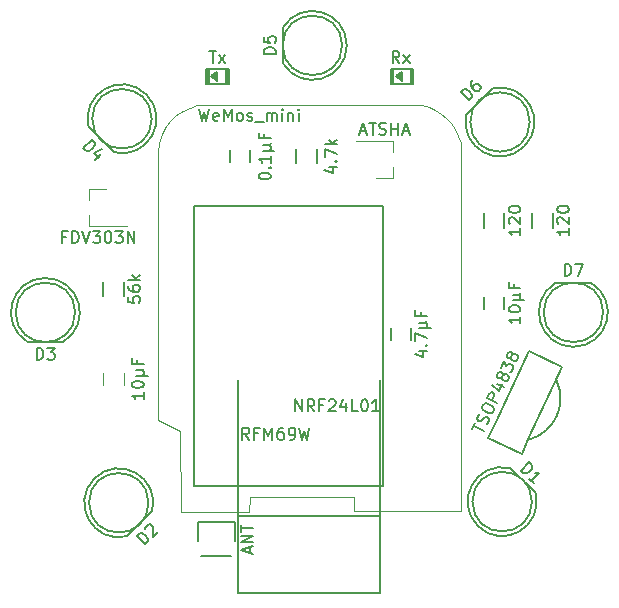
<source format=gto>
G04 #@! TF.FileFunction,Legend,Top*
%FSLAX46Y46*%
G04 Gerber Fmt 4.6, Leading zero omitted, Abs format (unit mm)*
G04 Created by KiCad (PCBNEW 4.0.4-stable) date Sunday 07 May 2017 'à' 19:16:10*
%MOMM*%
%LPD*%
G01*
G04 APERTURE LIST*
%ADD10C,0.100000*%
%ADD11C,0.150000*%
%ADD12C,0.127000*%
%ADD13C,0.120000*%
G04 APERTURE END LIST*
D10*
D11*
X135000000Y-81700000D02*
X151000000Y-81700000D01*
X135000000Y-105400000D02*
X135000000Y-81700000D01*
X151000000Y-105400000D02*
X135000000Y-105400000D01*
X151000000Y-81700000D02*
X151000000Y-105400000D01*
X150780000Y-107905000D02*
X138780000Y-107905000D01*
X150780000Y-96405000D02*
X150780000Y-114405000D01*
X138780000Y-114405000D02*
X138780000Y-96405000D01*
X150780000Y-114405000D02*
X138780000Y-114405000D01*
D12*
X152346000Y-70827000D02*
X152346000Y-70573000D01*
X152219000Y-70700000D02*
X152600000Y-70446000D01*
X152219000Y-70700000D02*
X152600000Y-70954000D01*
X152473000Y-70954000D02*
X152473000Y-70446000D01*
X152600000Y-71081000D02*
X152600000Y-70319000D01*
X152600000Y-70319000D02*
X152092000Y-70700000D01*
X152092000Y-70700000D02*
X152600000Y-71081000D01*
X151750000Y-70100000D02*
X151750000Y-71300000D01*
X151850000Y-71300000D02*
X151850000Y-70100000D01*
X153450000Y-70100000D02*
X153450000Y-71300000D01*
X153350000Y-71300000D02*
X153350000Y-70100000D01*
X153550000Y-71300000D02*
X151650000Y-71300000D01*
X151650000Y-71300000D02*
X151650000Y-70100000D01*
X151650000Y-70100000D02*
X153550000Y-70100000D01*
X153550000Y-70100000D02*
X153550000Y-71300000D01*
X136746000Y-70827000D02*
X136746000Y-70573000D01*
X136619000Y-70700000D02*
X137000000Y-70446000D01*
X136619000Y-70700000D02*
X137000000Y-70954000D01*
X136873000Y-70954000D02*
X136873000Y-70446000D01*
X137000000Y-71081000D02*
X137000000Y-70319000D01*
X137000000Y-70319000D02*
X136492000Y-70700000D01*
X136492000Y-70700000D02*
X137000000Y-71081000D01*
X136150000Y-70100000D02*
X136150000Y-71300000D01*
X136250000Y-71300000D02*
X136250000Y-70100000D01*
X137850000Y-70100000D02*
X137850000Y-71300000D01*
X137750000Y-71300000D02*
X137750000Y-70100000D01*
X137950000Y-71300000D02*
X136050000Y-71300000D01*
X136050000Y-71300000D02*
X136050000Y-70100000D01*
X136050000Y-70100000D02*
X137950000Y-70100000D01*
X137950000Y-70100000D02*
X137950000Y-71300000D01*
D10*
X133882528Y-107577228D02*
X139693820Y-107577228D01*
X139693820Y-107577228D02*
X139720151Y-106293795D01*
X139720151Y-106293795D02*
X148551373Y-106300483D01*
X148551373Y-106300483D02*
X148549397Y-107502736D01*
X148549397Y-107502736D02*
X157630193Y-107476658D01*
X157630193Y-107476658D02*
X157616195Y-76306507D01*
X157616195Y-76306507D02*
X157383384Y-75703714D01*
X157383384Y-75703714D02*
X157099901Y-75158833D01*
X157099901Y-75158833D02*
X156765253Y-74672423D01*
X156765253Y-74672423D02*
X156378953Y-74245048D01*
X156378953Y-74245048D02*
X155940512Y-73877259D01*
X155940512Y-73877259D02*
X155449440Y-73569623D01*
X155449440Y-73569623D02*
X154905250Y-73322690D01*
X154905250Y-73322690D02*
X154307453Y-73137024D01*
X154307453Y-73137024D02*
X135269540Y-73108266D01*
X135269540Y-73108266D02*
X134650176Y-73342259D01*
X134650176Y-73342259D02*
X134061982Y-73626742D01*
X134061982Y-73626742D02*
X133518555Y-73976257D01*
X133518555Y-73976257D02*
X133033497Y-74405342D01*
X133033497Y-74405342D02*
X132620405Y-74928540D01*
X132620405Y-74928540D02*
X132292878Y-75560387D01*
X132292878Y-75560387D02*
X132064518Y-76315425D01*
X132064518Y-76315425D02*
X131948922Y-77208193D01*
X131948922Y-77208193D02*
X131923974Y-99763285D01*
X131923974Y-99763285D02*
X133867520Y-100724181D01*
X133867520Y-100724181D02*
X133897314Y-107532524D01*
D11*
X163365492Y-101446989D02*
G75*
G03X165712322Y-96472147I-913779J3472033D01*
G01*
X163404777Y-101255058D02*
X166194058Y-95273427D01*
X166194058Y-95273427D02*
X163384503Y-93963310D01*
X163384503Y-93963310D02*
X160595223Y-99944942D01*
X159940165Y-101349719D02*
X160595223Y-99944942D01*
X163404777Y-101255058D02*
X162749719Y-102659835D01*
X162749719Y-102659835D02*
X159940165Y-101349719D01*
X161780785Y-103862674D02*
G75*
G03X163930402Y-105990919I-678811J-2835352D01*
G01*
X161809081Y-103869598D02*
X163930402Y-105990919D01*
X163619910Y-106698026D02*
G75*
G03X163619910Y-106698026I-2517936J0D01*
G01*
X165607096Y-88193112D02*
G75*
G03X168632000Y-88178000I1524904J-2484888D01*
G01*
X165632000Y-88178000D02*
X168632000Y-88178000D01*
X169649936Y-90678000D02*
G75*
G03X169649936Y-90678000I-2517936J0D01*
G01*
X158082674Y-73879215D02*
G75*
G03X160210919Y-71729598I2835352J-678811D01*
G01*
X158089598Y-73850919D02*
X160210919Y-71729598D01*
X163435962Y-74558026D02*
G75*
G03X163435962Y-74558026I-2517936J0D01*
G01*
X142549112Y-69596904D02*
G75*
G03X142534000Y-66572000I2484888J1524904D01*
G01*
X142534000Y-69572000D02*
X142534000Y-66572000D01*
X147551936Y-68072000D02*
G75*
G03X147551936Y-68072000I-2517936J0D01*
G01*
X128235215Y-77121326D02*
G75*
G03X126085598Y-74993081I678811J2835352D01*
G01*
X128206919Y-77114402D02*
X126085598Y-74993081D01*
X131431962Y-74285974D02*
G75*
G03X131431962Y-74285974I-2517936J0D01*
G01*
X123952904Y-93162888D02*
G75*
G03X120928000Y-93178000I-1524904J2484888D01*
G01*
X123928000Y-93178000D02*
X120928000Y-93178000D01*
X124945936Y-90678000D02*
G75*
G03X124945936Y-90678000I-2517936J0D01*
G01*
X131477326Y-107476785D02*
G75*
G03X129349081Y-109626402I-2835352J678811D01*
G01*
X131470402Y-107505081D02*
X129349081Y-109626402D01*
X131159910Y-106797974D02*
G75*
G03X131159910Y-106797974I-2517936J0D01*
G01*
X151650000Y-92000000D02*
X151650000Y-93000000D01*
X153350000Y-93000000D02*
X153350000Y-92000000D01*
X138088000Y-76970000D02*
X138088000Y-77970000D01*
X139788000Y-77970000D02*
X139788000Y-76970000D01*
X138450000Y-108450000D02*
X138450000Y-110000000D01*
X135350000Y-110000000D02*
X135350000Y-108450000D01*
X135350000Y-108450000D02*
X138450000Y-108450000D01*
X135630000Y-111270000D02*
X138170000Y-111270000D01*
D13*
X126140000Y-80220000D02*
X126140000Y-81150000D01*
X126140000Y-83380000D02*
X126140000Y-82450000D01*
X126140000Y-83380000D02*
X129300000Y-83380000D01*
X126140000Y-80220000D02*
X127600000Y-80220000D01*
D11*
X145401000Y-76870000D02*
X145401000Y-78070000D01*
X143651000Y-78070000D02*
X143651000Y-76870000D01*
X127325000Y-89300000D02*
X127325000Y-88100000D01*
X129075000Y-88100000D02*
X129075000Y-89300000D01*
D13*
X151890000Y-79304000D02*
X151890000Y-78374000D01*
X151890000Y-76144000D02*
X151890000Y-77074000D01*
X151890000Y-76144000D02*
X148730000Y-76144000D01*
X151890000Y-79304000D02*
X150430000Y-79304000D01*
D11*
X159550000Y-89400000D02*
X159550000Y-90400000D01*
X161250000Y-90400000D02*
X161250000Y-89400000D01*
X161275000Y-82300000D02*
X161275000Y-83500000D01*
X159525000Y-83500000D02*
X159525000Y-82300000D01*
X165375000Y-82300000D02*
X165375000Y-83500000D01*
X163625000Y-83500000D02*
X163625000Y-82300000D01*
D13*
X127350000Y-95800000D02*
X127350000Y-96800000D01*
X129050000Y-96800000D02*
X129050000Y-95800000D01*
D11*
X139685715Y-101452381D02*
X139352381Y-100976190D01*
X139114286Y-101452381D02*
X139114286Y-100452381D01*
X139495239Y-100452381D01*
X139590477Y-100500000D01*
X139638096Y-100547619D01*
X139685715Y-100642857D01*
X139685715Y-100785714D01*
X139638096Y-100880952D01*
X139590477Y-100928571D01*
X139495239Y-100976190D01*
X139114286Y-100976190D01*
X140447620Y-100928571D02*
X140114286Y-100928571D01*
X140114286Y-101452381D02*
X140114286Y-100452381D01*
X140590477Y-100452381D01*
X140971429Y-101452381D02*
X140971429Y-100452381D01*
X141304763Y-101166667D01*
X141638096Y-100452381D01*
X141638096Y-101452381D01*
X142542858Y-100452381D02*
X142352381Y-100452381D01*
X142257143Y-100500000D01*
X142209524Y-100547619D01*
X142114286Y-100690476D01*
X142066667Y-100880952D01*
X142066667Y-101261905D01*
X142114286Y-101357143D01*
X142161905Y-101404762D01*
X142257143Y-101452381D01*
X142447620Y-101452381D01*
X142542858Y-101404762D01*
X142590477Y-101357143D01*
X142638096Y-101261905D01*
X142638096Y-101023810D01*
X142590477Y-100928571D01*
X142542858Y-100880952D01*
X142447620Y-100833333D01*
X142257143Y-100833333D01*
X142161905Y-100880952D01*
X142114286Y-100928571D01*
X142066667Y-101023810D01*
X143114286Y-101452381D02*
X143304762Y-101452381D01*
X143400001Y-101404762D01*
X143447620Y-101357143D01*
X143542858Y-101214286D01*
X143590477Y-101023810D01*
X143590477Y-100642857D01*
X143542858Y-100547619D01*
X143495239Y-100500000D01*
X143400001Y-100452381D01*
X143209524Y-100452381D01*
X143114286Y-100500000D01*
X143066667Y-100547619D01*
X143019048Y-100642857D01*
X143019048Y-100880952D01*
X143066667Y-100976190D01*
X143114286Y-101023810D01*
X143209524Y-101071429D01*
X143400001Y-101071429D01*
X143495239Y-101023810D01*
X143542858Y-100976190D01*
X143590477Y-100880952D01*
X143923810Y-100452381D02*
X144161905Y-101452381D01*
X144352382Y-100738095D01*
X144542858Y-101452381D01*
X144780953Y-100452381D01*
X143576190Y-99052381D02*
X143576190Y-98052381D01*
X144147619Y-99052381D01*
X144147619Y-98052381D01*
X145195238Y-99052381D02*
X144861904Y-98576190D01*
X144623809Y-99052381D02*
X144623809Y-98052381D01*
X145004762Y-98052381D01*
X145100000Y-98100000D01*
X145147619Y-98147619D01*
X145195238Y-98242857D01*
X145195238Y-98385714D01*
X145147619Y-98480952D01*
X145100000Y-98528571D01*
X145004762Y-98576190D01*
X144623809Y-98576190D01*
X145957143Y-98528571D02*
X145623809Y-98528571D01*
X145623809Y-99052381D02*
X145623809Y-98052381D01*
X146100000Y-98052381D01*
X146433333Y-98147619D02*
X146480952Y-98100000D01*
X146576190Y-98052381D01*
X146814286Y-98052381D01*
X146909524Y-98100000D01*
X146957143Y-98147619D01*
X147004762Y-98242857D01*
X147004762Y-98338095D01*
X146957143Y-98480952D01*
X146385714Y-99052381D01*
X147004762Y-99052381D01*
X147861905Y-98385714D02*
X147861905Y-99052381D01*
X147623809Y-98004762D02*
X147385714Y-98719048D01*
X148004762Y-98719048D01*
X148861905Y-99052381D02*
X148385714Y-99052381D01*
X148385714Y-98052381D01*
X149385714Y-98052381D02*
X149480953Y-98052381D01*
X149576191Y-98100000D01*
X149623810Y-98147619D01*
X149671429Y-98242857D01*
X149719048Y-98433333D01*
X149719048Y-98671429D01*
X149671429Y-98861905D01*
X149623810Y-98957143D01*
X149576191Y-99004762D01*
X149480953Y-99052381D01*
X149385714Y-99052381D01*
X149290476Y-99004762D01*
X149242857Y-98957143D01*
X149195238Y-98861905D01*
X149147619Y-98671429D01*
X149147619Y-98433333D01*
X149195238Y-98242857D01*
X149242857Y-98147619D01*
X149290476Y-98100000D01*
X149385714Y-98052381D01*
X150671429Y-99052381D02*
X150100000Y-99052381D01*
X150385714Y-99052381D02*
X150385714Y-98052381D01*
X150290476Y-98195238D01*
X150195238Y-98290476D01*
X150100000Y-98338095D01*
X152404762Y-69552381D02*
X152071428Y-69076190D01*
X151833333Y-69552381D02*
X151833333Y-68552381D01*
X152214286Y-68552381D01*
X152309524Y-68600000D01*
X152357143Y-68647619D01*
X152404762Y-68742857D01*
X152404762Y-68885714D01*
X152357143Y-68980952D01*
X152309524Y-69028571D01*
X152214286Y-69076190D01*
X151833333Y-69076190D01*
X152738095Y-69552381D02*
X153261905Y-68885714D01*
X152738095Y-68885714D02*
X153261905Y-69552381D01*
X136309524Y-68552381D02*
X136880953Y-68552381D01*
X136595238Y-69552381D02*
X136595238Y-68552381D01*
X137119048Y-69552381D02*
X137642858Y-68885714D01*
X137119048Y-68885714D02*
X137642858Y-69552381D01*
X135438096Y-73452381D02*
X135676191Y-74452381D01*
X135866668Y-73738095D01*
X136057144Y-74452381D01*
X136295239Y-73452381D01*
X137057144Y-74404762D02*
X136961906Y-74452381D01*
X136771429Y-74452381D01*
X136676191Y-74404762D01*
X136628572Y-74309524D01*
X136628572Y-73928571D01*
X136676191Y-73833333D01*
X136771429Y-73785714D01*
X136961906Y-73785714D01*
X137057144Y-73833333D01*
X137104763Y-73928571D01*
X137104763Y-74023810D01*
X136628572Y-74119048D01*
X137533334Y-74452381D02*
X137533334Y-73452381D01*
X137866668Y-74166667D01*
X138200001Y-73452381D01*
X138200001Y-74452381D01*
X138819048Y-74452381D02*
X138723810Y-74404762D01*
X138676191Y-74357143D01*
X138628572Y-74261905D01*
X138628572Y-73976190D01*
X138676191Y-73880952D01*
X138723810Y-73833333D01*
X138819048Y-73785714D01*
X138961906Y-73785714D01*
X139057144Y-73833333D01*
X139104763Y-73880952D01*
X139152382Y-73976190D01*
X139152382Y-74261905D01*
X139104763Y-74357143D01*
X139057144Y-74404762D01*
X138961906Y-74452381D01*
X138819048Y-74452381D01*
X139533334Y-74404762D02*
X139628572Y-74452381D01*
X139819048Y-74452381D01*
X139914287Y-74404762D01*
X139961906Y-74309524D01*
X139961906Y-74261905D01*
X139914287Y-74166667D01*
X139819048Y-74119048D01*
X139676191Y-74119048D01*
X139580953Y-74071429D01*
X139533334Y-73976190D01*
X139533334Y-73928571D01*
X139580953Y-73833333D01*
X139676191Y-73785714D01*
X139819048Y-73785714D01*
X139914287Y-73833333D01*
X140152382Y-74547619D02*
X140914287Y-74547619D01*
X141152382Y-74452381D02*
X141152382Y-73785714D01*
X141152382Y-73880952D02*
X141200001Y-73833333D01*
X141295239Y-73785714D01*
X141438097Y-73785714D01*
X141533335Y-73833333D01*
X141580954Y-73928571D01*
X141580954Y-74452381D01*
X141580954Y-73928571D02*
X141628573Y-73833333D01*
X141723811Y-73785714D01*
X141866668Y-73785714D01*
X141961906Y-73833333D01*
X142009525Y-73928571D01*
X142009525Y-74452381D01*
X142485715Y-74452381D02*
X142485715Y-73785714D01*
X142485715Y-73452381D02*
X142438096Y-73500000D01*
X142485715Y-73547619D01*
X142533334Y-73500000D01*
X142485715Y-73452381D01*
X142485715Y-73547619D01*
X142961905Y-73785714D02*
X142961905Y-74452381D01*
X142961905Y-73880952D02*
X143009524Y-73833333D01*
X143104762Y-73785714D01*
X143247620Y-73785714D01*
X143342858Y-73833333D01*
X143390477Y-73928571D01*
X143390477Y-74452381D01*
X143866667Y-74452381D02*
X143866667Y-73785714D01*
X143866667Y-73452381D02*
X143819048Y-73500000D01*
X143866667Y-73547619D01*
X143914286Y-73500000D01*
X143866667Y-73452381D01*
X143866667Y-73547619D01*
X158559648Y-100529958D02*
X158801144Y-100012068D01*
X159586704Y-100693632D02*
X158680396Y-100271014D01*
X159785043Y-100155617D02*
X159888574Y-100046269D01*
X159989198Y-99830481D01*
X159986290Y-99724041D01*
X159963257Y-99660759D01*
X159897067Y-99577352D01*
X159810752Y-99537103D01*
X159704312Y-99540011D01*
X159641030Y-99563044D01*
X159557622Y-99629234D01*
X159433966Y-99781740D01*
X159350559Y-99847930D01*
X159287277Y-99870963D01*
X159180837Y-99873871D01*
X159094522Y-99833622D01*
X159028332Y-99750215D01*
X159005299Y-99686933D01*
X159002391Y-99580493D01*
X159103015Y-99364705D01*
X159206546Y-99255357D01*
X159425009Y-98674185D02*
X159505508Y-98501555D01*
X159588915Y-98435364D01*
X159715479Y-98389299D01*
X159908234Y-98426640D01*
X160210337Y-98567513D01*
X160362842Y-98691169D01*
X160408908Y-98817733D01*
X160411816Y-98924173D01*
X160331317Y-99096804D01*
X160247910Y-99162994D01*
X160121346Y-99209059D01*
X159928591Y-99171718D01*
X159626488Y-99030845D01*
X159473983Y-98907189D01*
X159427917Y-98780625D01*
X159425009Y-98674185D01*
X160693561Y-98319968D02*
X159787254Y-97897350D01*
X159948251Y-97552089D01*
X160031658Y-97485899D01*
X160094940Y-97462866D01*
X160201380Y-97459958D01*
X160330852Y-97520332D01*
X160397042Y-97603739D01*
X160420075Y-97667021D01*
X160422983Y-97773461D01*
X160261986Y-98118721D01*
X160693096Y-96743497D02*
X161297302Y-97025242D01*
X160247213Y-96798288D02*
X160793953Y-97315945D01*
X161055574Y-96754897D01*
X161061157Y-96179541D02*
X160977750Y-96245732D01*
X160914468Y-96268764D01*
X160808028Y-96271673D01*
X160764871Y-96251548D01*
X160698680Y-96168141D01*
X160675648Y-96104859D01*
X160672739Y-95998419D01*
X160753238Y-95825789D01*
X160836645Y-95759598D01*
X160899927Y-95736566D01*
X161006367Y-95733657D01*
X161049524Y-95753782D01*
X161115715Y-95837189D01*
X161138748Y-95900471D01*
X161141656Y-96006911D01*
X161061157Y-96179541D01*
X161064065Y-96285981D01*
X161087098Y-96349263D01*
X161153289Y-96432670D01*
X161325919Y-96513169D01*
X161432358Y-96510261D01*
X161495640Y-96487228D01*
X161579047Y-96421038D01*
X161659546Y-96248407D01*
X161656638Y-96141967D01*
X161633605Y-96078685D01*
X161567415Y-95995278D01*
X161394785Y-95914780D01*
X161288345Y-95917687D01*
X161225062Y-95940720D01*
X161141656Y-96006911D01*
X160974610Y-95351056D02*
X161236231Y-94790008D01*
X161440617Y-95253109D01*
X161500992Y-95123636D01*
X161584399Y-95057445D01*
X161647681Y-95034412D01*
X161754121Y-95031505D01*
X161969909Y-95132128D01*
X162036099Y-95215535D01*
X162059132Y-95278817D01*
X162062040Y-95385257D01*
X161941291Y-95644202D01*
X161857885Y-95710393D01*
X161794603Y-95733425D01*
X161866144Y-94453241D02*
X161782737Y-94519431D01*
X161719455Y-94542464D01*
X161613015Y-94545372D01*
X161569858Y-94525247D01*
X161503668Y-94441841D01*
X161480635Y-94378558D01*
X161477727Y-94272119D01*
X161558226Y-94099488D01*
X161641632Y-94033298D01*
X161704915Y-94010265D01*
X161811354Y-94007357D01*
X161854512Y-94027481D01*
X161920702Y-94110888D01*
X161943735Y-94174170D01*
X161946643Y-94280610D01*
X161866144Y-94453241D01*
X161869052Y-94559680D01*
X161892085Y-94622962D01*
X161958276Y-94706370D01*
X162130906Y-94786868D01*
X162237345Y-94783960D01*
X162300628Y-94760927D01*
X162384034Y-94694737D01*
X162464533Y-94522106D01*
X162461625Y-94415667D01*
X162438592Y-94352385D01*
X162372402Y-94268978D01*
X162199772Y-94188479D01*
X162093332Y-94191387D01*
X162030050Y-94214420D01*
X161946643Y-94280610D01*
X162682206Y-104073970D02*
X163389313Y-103366863D01*
X163557672Y-103535222D01*
X163625016Y-103669909D01*
X163625016Y-103804596D01*
X163591344Y-103905611D01*
X163490329Y-104073970D01*
X163389313Y-104174986D01*
X163220955Y-104276001D01*
X163119939Y-104309672D01*
X162985253Y-104309672D01*
X162850565Y-104242328D01*
X162682206Y-104073970D01*
X163759703Y-105151466D02*
X163355641Y-104747405D01*
X163557672Y-104949435D02*
X164264778Y-104242328D01*
X164096420Y-104276000D01*
X163961733Y-104276000D01*
X163860718Y-104242328D01*
X166393905Y-87574381D02*
X166393905Y-86574381D01*
X166632000Y-86574381D01*
X166774858Y-86622000D01*
X166870096Y-86717238D01*
X166917715Y-86812476D01*
X166965334Y-87002952D01*
X166965334Y-87145810D01*
X166917715Y-87336286D01*
X166870096Y-87431524D01*
X166774858Y-87526762D01*
X166632000Y-87574381D01*
X166393905Y-87574381D01*
X167298667Y-86574381D02*
X167965334Y-86574381D01*
X167536762Y-87574381D01*
X158293970Y-72723794D02*
X157586863Y-72016687D01*
X157755222Y-71848328D01*
X157889909Y-71780984D01*
X158024596Y-71780984D01*
X158125611Y-71814656D01*
X158293970Y-71915671D01*
X158394986Y-72016687D01*
X158496001Y-72185045D01*
X158529672Y-72286061D01*
X158529672Y-72420747D01*
X158462328Y-72555435D01*
X158293970Y-72723794D01*
X158597016Y-71006534D02*
X158462328Y-71141222D01*
X158428657Y-71242237D01*
X158428657Y-71309580D01*
X158462328Y-71477939D01*
X158563343Y-71646297D01*
X158832718Y-71915672D01*
X158933733Y-71949343D01*
X159001076Y-71949343D01*
X159102092Y-71915672D01*
X159236779Y-71780984D01*
X159270451Y-71679969D01*
X159270451Y-71612626D01*
X159236779Y-71511610D01*
X159068421Y-71343252D01*
X158967405Y-71309579D01*
X158900061Y-71309579D01*
X158799046Y-71343251D01*
X158664359Y-71477939D01*
X158630687Y-71578954D01*
X158630687Y-71646297D01*
X158664359Y-71747313D01*
X141930381Y-68810095D02*
X140930381Y-68810095D01*
X140930381Y-68572000D01*
X140978000Y-68429142D01*
X141073238Y-68333904D01*
X141168476Y-68286285D01*
X141358952Y-68238666D01*
X141501810Y-68238666D01*
X141692286Y-68286285D01*
X141787524Y-68333904D01*
X141882762Y-68429142D01*
X141930381Y-68572000D01*
X141930381Y-68810095D01*
X140930381Y-67333904D02*
X140930381Y-67810095D01*
X141406571Y-67857714D01*
X141358952Y-67810095D01*
X141311333Y-67714857D01*
X141311333Y-67476761D01*
X141358952Y-67381523D01*
X141406571Y-67333904D01*
X141501810Y-67286285D01*
X141739905Y-67286285D01*
X141835143Y-67333904D01*
X141882762Y-67381523D01*
X141930381Y-67476761D01*
X141930381Y-67714857D01*
X141882762Y-67810095D01*
X141835143Y-67857714D01*
X125650206Y-76759970D02*
X126357313Y-76052863D01*
X126525672Y-76221222D01*
X126593016Y-76355909D01*
X126593016Y-76490596D01*
X126559344Y-76591611D01*
X126458329Y-76759970D01*
X126357313Y-76860986D01*
X126188955Y-76962001D01*
X126087939Y-76995672D01*
X125953253Y-76995672D01*
X125818565Y-76928328D01*
X125650206Y-76759970D01*
X127131764Y-77298718D02*
X126660359Y-77770123D01*
X127232778Y-76860985D02*
X126559343Y-77197703D01*
X126997076Y-77635436D01*
X121689905Y-94686381D02*
X121689905Y-93686381D01*
X121928000Y-93686381D01*
X122070858Y-93734000D01*
X122166096Y-93829238D01*
X122213715Y-93924476D01*
X122261334Y-94114952D01*
X122261334Y-94257810D01*
X122213715Y-94448286D01*
X122166096Y-94543524D01*
X122070858Y-94638762D01*
X121928000Y-94686381D01*
X121689905Y-94686381D01*
X122594667Y-93686381D02*
X123213715Y-93686381D01*
X122880381Y-94067333D01*
X123023239Y-94067333D01*
X123118477Y-94114952D01*
X123166096Y-94162571D01*
X123213715Y-94257810D01*
X123213715Y-94495905D01*
X123166096Y-94591143D01*
X123118477Y-94638762D01*
X123023239Y-94686381D01*
X122737524Y-94686381D01*
X122642286Y-94638762D01*
X122594667Y-94591143D01*
X130861970Y-110315794D02*
X130154863Y-109608687D01*
X130323222Y-109440328D01*
X130457909Y-109372984D01*
X130592596Y-109372984D01*
X130693611Y-109406656D01*
X130861970Y-109507671D01*
X130962986Y-109608687D01*
X131064001Y-109777045D01*
X131097672Y-109878061D01*
X131097672Y-110012747D01*
X131030328Y-110147435D01*
X130861970Y-110315794D01*
X130895641Y-109002595D02*
X130895641Y-108935252D01*
X130929313Y-108834237D01*
X131097672Y-108665877D01*
X131198688Y-108632206D01*
X131266031Y-108632206D01*
X131367046Y-108665877D01*
X131434390Y-108733221D01*
X131501733Y-108867908D01*
X131501733Y-109676030D01*
X131939466Y-109238297D01*
X154063714Y-93976190D02*
X154730381Y-93976190D01*
X153682762Y-94214286D02*
X154397048Y-94452381D01*
X154397048Y-93833333D01*
X154635143Y-93452381D02*
X154682762Y-93404762D01*
X154730381Y-93452381D01*
X154682762Y-93500000D01*
X154635143Y-93452381D01*
X154730381Y-93452381D01*
X153730381Y-93071429D02*
X153730381Y-92404762D01*
X154730381Y-92833334D01*
X154063714Y-92023810D02*
X155063714Y-92023810D01*
X154587524Y-91547619D02*
X154682762Y-91500000D01*
X154730381Y-91404762D01*
X154587524Y-92023810D02*
X154682762Y-91976191D01*
X154730381Y-91880953D01*
X154730381Y-91690476D01*
X154682762Y-91595238D01*
X154587524Y-91547619D01*
X154063714Y-91547619D01*
X154206571Y-90642857D02*
X154206571Y-90976191D01*
X154730381Y-90976191D02*
X153730381Y-90976191D01*
X153730381Y-90500000D01*
X140490381Y-79184286D02*
X140490381Y-79089047D01*
X140538000Y-78993809D01*
X140585619Y-78946190D01*
X140680857Y-78898571D01*
X140871333Y-78850952D01*
X141109429Y-78850952D01*
X141299905Y-78898571D01*
X141395143Y-78946190D01*
X141442762Y-78993809D01*
X141490381Y-79089047D01*
X141490381Y-79184286D01*
X141442762Y-79279524D01*
X141395143Y-79327143D01*
X141299905Y-79374762D01*
X141109429Y-79422381D01*
X140871333Y-79422381D01*
X140680857Y-79374762D01*
X140585619Y-79327143D01*
X140538000Y-79279524D01*
X140490381Y-79184286D01*
X141395143Y-78422381D02*
X141442762Y-78374762D01*
X141490381Y-78422381D01*
X141442762Y-78470000D01*
X141395143Y-78422381D01*
X141490381Y-78422381D01*
X141490381Y-77422381D02*
X141490381Y-77993810D01*
X141490381Y-77708096D02*
X140490381Y-77708096D01*
X140633238Y-77803334D01*
X140728476Y-77898572D01*
X140776095Y-77993810D01*
X140823714Y-76993810D02*
X141823714Y-76993810D01*
X141347524Y-76517619D02*
X141442762Y-76470000D01*
X141490381Y-76374762D01*
X141347524Y-76993810D02*
X141442762Y-76946191D01*
X141490381Y-76850953D01*
X141490381Y-76660476D01*
X141442762Y-76565238D01*
X141347524Y-76517619D01*
X140823714Y-76517619D01*
X140966571Y-75612857D02*
X140966571Y-75946191D01*
X141490381Y-75946191D02*
X140490381Y-75946191D01*
X140490381Y-75470000D01*
X139723507Y-111061577D02*
X139723507Y-110585386D01*
X140009221Y-111156815D02*
X139009221Y-110823482D01*
X140009221Y-110490148D01*
X140009221Y-110156815D02*
X139009221Y-110156815D01*
X140009221Y-109585386D01*
X139009221Y-109585386D01*
X139009221Y-109252053D02*
X139009221Y-108680624D01*
X140009221Y-108966339D02*
X139009221Y-108966339D01*
X124161905Y-84268571D02*
X123828571Y-84268571D01*
X123828571Y-84792381D02*
X123828571Y-83792381D01*
X124304762Y-83792381D01*
X124685714Y-84792381D02*
X124685714Y-83792381D01*
X124923809Y-83792381D01*
X125066667Y-83840000D01*
X125161905Y-83935238D01*
X125209524Y-84030476D01*
X125257143Y-84220952D01*
X125257143Y-84363810D01*
X125209524Y-84554286D01*
X125161905Y-84649524D01*
X125066667Y-84744762D01*
X124923809Y-84792381D01*
X124685714Y-84792381D01*
X125542857Y-83792381D02*
X125876190Y-84792381D01*
X126209524Y-83792381D01*
X126447619Y-83792381D02*
X127066667Y-83792381D01*
X126733333Y-84173333D01*
X126876191Y-84173333D01*
X126971429Y-84220952D01*
X127019048Y-84268571D01*
X127066667Y-84363810D01*
X127066667Y-84601905D01*
X127019048Y-84697143D01*
X126971429Y-84744762D01*
X126876191Y-84792381D01*
X126590476Y-84792381D01*
X126495238Y-84744762D01*
X126447619Y-84697143D01*
X127685714Y-83792381D02*
X127780953Y-83792381D01*
X127876191Y-83840000D01*
X127923810Y-83887619D01*
X127971429Y-83982857D01*
X128019048Y-84173333D01*
X128019048Y-84411429D01*
X127971429Y-84601905D01*
X127923810Y-84697143D01*
X127876191Y-84744762D01*
X127780953Y-84792381D01*
X127685714Y-84792381D01*
X127590476Y-84744762D01*
X127542857Y-84697143D01*
X127495238Y-84601905D01*
X127447619Y-84411429D01*
X127447619Y-84173333D01*
X127495238Y-83982857D01*
X127542857Y-83887619D01*
X127590476Y-83840000D01*
X127685714Y-83792381D01*
X128352381Y-83792381D02*
X128971429Y-83792381D01*
X128638095Y-84173333D01*
X128780953Y-84173333D01*
X128876191Y-84220952D01*
X128923810Y-84268571D01*
X128971429Y-84363810D01*
X128971429Y-84601905D01*
X128923810Y-84697143D01*
X128876191Y-84744762D01*
X128780953Y-84792381D01*
X128495238Y-84792381D01*
X128400000Y-84744762D01*
X128352381Y-84697143D01*
X129400000Y-84792381D02*
X129400000Y-83792381D01*
X129971429Y-84792381D01*
X129971429Y-83792381D01*
X146411714Y-78398571D02*
X147078381Y-78398571D01*
X146030762Y-78636667D02*
X146745048Y-78874762D01*
X146745048Y-78255714D01*
X146983143Y-77874762D02*
X147030762Y-77827143D01*
X147078381Y-77874762D01*
X147030762Y-77922381D01*
X146983143Y-77874762D01*
X147078381Y-77874762D01*
X146078381Y-77493810D02*
X146078381Y-76827143D01*
X147078381Y-77255715D01*
X147078381Y-76446191D02*
X146078381Y-76446191D01*
X146697429Y-76350953D02*
X147078381Y-76065238D01*
X146411714Y-76065238D02*
X146792667Y-76446191D01*
X129430381Y-89342857D02*
X129430381Y-89819048D01*
X129906571Y-89866667D01*
X129858952Y-89819048D01*
X129811333Y-89723810D01*
X129811333Y-89485714D01*
X129858952Y-89390476D01*
X129906571Y-89342857D01*
X130001810Y-89295238D01*
X130239905Y-89295238D01*
X130335143Y-89342857D01*
X130382762Y-89390476D01*
X130430381Y-89485714D01*
X130430381Y-89723810D01*
X130382762Y-89819048D01*
X130335143Y-89866667D01*
X129430381Y-88438095D02*
X129430381Y-88628572D01*
X129478000Y-88723810D01*
X129525619Y-88771429D01*
X129668476Y-88866667D01*
X129858952Y-88914286D01*
X130239905Y-88914286D01*
X130335143Y-88866667D01*
X130382762Y-88819048D01*
X130430381Y-88723810D01*
X130430381Y-88533333D01*
X130382762Y-88438095D01*
X130335143Y-88390476D01*
X130239905Y-88342857D01*
X130001810Y-88342857D01*
X129906571Y-88390476D01*
X129858952Y-88438095D01*
X129811333Y-88533333D01*
X129811333Y-88723810D01*
X129858952Y-88819048D01*
X129906571Y-88866667D01*
X130001810Y-88914286D01*
X130430381Y-87914286D02*
X129430381Y-87914286D01*
X130049429Y-87819048D02*
X130430381Y-87533333D01*
X129763714Y-87533333D02*
X130144667Y-87914286D01*
X149082381Y-75350667D02*
X149558572Y-75350667D01*
X148987143Y-75636381D02*
X149320476Y-74636381D01*
X149653810Y-75636381D01*
X149844286Y-74636381D02*
X150415715Y-74636381D01*
X150130000Y-75636381D02*
X150130000Y-74636381D01*
X150701429Y-75588762D02*
X150844286Y-75636381D01*
X151082382Y-75636381D01*
X151177620Y-75588762D01*
X151225239Y-75541143D01*
X151272858Y-75445905D01*
X151272858Y-75350667D01*
X151225239Y-75255429D01*
X151177620Y-75207810D01*
X151082382Y-75160190D01*
X150891905Y-75112571D01*
X150796667Y-75064952D01*
X150749048Y-75017333D01*
X150701429Y-74922095D01*
X150701429Y-74826857D01*
X150749048Y-74731619D01*
X150796667Y-74684000D01*
X150891905Y-74636381D01*
X151130001Y-74636381D01*
X151272858Y-74684000D01*
X151701429Y-75636381D02*
X151701429Y-74636381D01*
X151701429Y-75112571D02*
X152272858Y-75112571D01*
X152272858Y-75636381D02*
X152272858Y-74636381D01*
X152701429Y-75350667D02*
X153177620Y-75350667D01*
X152606191Y-75636381D02*
X152939524Y-74636381D01*
X153272858Y-75636381D01*
X162652381Y-91042857D02*
X162652381Y-91614286D01*
X162652381Y-91328572D02*
X161652381Y-91328572D01*
X161795238Y-91423810D01*
X161890476Y-91519048D01*
X161938095Y-91614286D01*
X161652381Y-90423810D02*
X161652381Y-90328571D01*
X161700000Y-90233333D01*
X161747619Y-90185714D01*
X161842857Y-90138095D01*
X162033333Y-90090476D01*
X162271429Y-90090476D01*
X162461905Y-90138095D01*
X162557143Y-90185714D01*
X162604762Y-90233333D01*
X162652381Y-90328571D01*
X162652381Y-90423810D01*
X162604762Y-90519048D01*
X162557143Y-90566667D01*
X162461905Y-90614286D01*
X162271429Y-90661905D01*
X162033333Y-90661905D01*
X161842857Y-90614286D01*
X161747619Y-90566667D01*
X161700000Y-90519048D01*
X161652381Y-90423810D01*
X161985714Y-89661905D02*
X162985714Y-89661905D01*
X162509524Y-89185714D02*
X162604762Y-89138095D01*
X162652381Y-89042857D01*
X162509524Y-89661905D02*
X162604762Y-89614286D01*
X162652381Y-89519048D01*
X162652381Y-89328571D01*
X162604762Y-89233333D01*
X162509524Y-89185714D01*
X161985714Y-89185714D01*
X162128571Y-88280952D02*
X162128571Y-88614286D01*
X162652381Y-88614286D02*
X161652381Y-88614286D01*
X161652381Y-88138095D01*
X162652381Y-83566666D02*
X162652381Y-84138095D01*
X162652381Y-83852381D02*
X161652381Y-83852381D01*
X161795238Y-83947619D01*
X161890476Y-84042857D01*
X161938095Y-84138095D01*
X161747619Y-83185714D02*
X161700000Y-83138095D01*
X161652381Y-83042857D01*
X161652381Y-82804761D01*
X161700000Y-82709523D01*
X161747619Y-82661904D01*
X161842857Y-82614285D01*
X161938095Y-82614285D01*
X162080952Y-82661904D01*
X162652381Y-83233333D01*
X162652381Y-82614285D01*
X161652381Y-81995238D02*
X161652381Y-81899999D01*
X161700000Y-81804761D01*
X161747619Y-81757142D01*
X161842857Y-81709523D01*
X162033333Y-81661904D01*
X162271429Y-81661904D01*
X162461905Y-81709523D01*
X162557143Y-81757142D01*
X162604762Y-81804761D01*
X162652381Y-81899999D01*
X162652381Y-81995238D01*
X162604762Y-82090476D01*
X162557143Y-82138095D01*
X162461905Y-82185714D01*
X162271429Y-82233333D01*
X162033333Y-82233333D01*
X161842857Y-82185714D01*
X161747619Y-82138095D01*
X161700000Y-82090476D01*
X161652381Y-81995238D01*
X166752381Y-83566666D02*
X166752381Y-84138095D01*
X166752381Y-83852381D02*
X165752381Y-83852381D01*
X165895238Y-83947619D01*
X165990476Y-84042857D01*
X166038095Y-84138095D01*
X165847619Y-83185714D02*
X165800000Y-83138095D01*
X165752381Y-83042857D01*
X165752381Y-82804761D01*
X165800000Y-82709523D01*
X165847619Y-82661904D01*
X165942857Y-82614285D01*
X166038095Y-82614285D01*
X166180952Y-82661904D01*
X166752381Y-83233333D01*
X166752381Y-82614285D01*
X165752381Y-81995238D02*
X165752381Y-81899999D01*
X165800000Y-81804761D01*
X165847619Y-81757142D01*
X165942857Y-81709523D01*
X166133333Y-81661904D01*
X166371429Y-81661904D01*
X166561905Y-81709523D01*
X166657143Y-81757142D01*
X166704762Y-81804761D01*
X166752381Y-81899999D01*
X166752381Y-81995238D01*
X166704762Y-82090476D01*
X166657143Y-82138095D01*
X166561905Y-82185714D01*
X166371429Y-82233333D01*
X166133333Y-82233333D01*
X165942857Y-82185714D01*
X165847619Y-82138095D01*
X165800000Y-82090476D01*
X165752381Y-81995238D01*
X130752381Y-97442857D02*
X130752381Y-98014286D01*
X130752381Y-97728572D02*
X129752381Y-97728572D01*
X129895238Y-97823810D01*
X129990476Y-97919048D01*
X130038095Y-98014286D01*
X129752381Y-96823810D02*
X129752381Y-96728571D01*
X129800000Y-96633333D01*
X129847619Y-96585714D01*
X129942857Y-96538095D01*
X130133333Y-96490476D01*
X130371429Y-96490476D01*
X130561905Y-96538095D01*
X130657143Y-96585714D01*
X130704762Y-96633333D01*
X130752381Y-96728571D01*
X130752381Y-96823810D01*
X130704762Y-96919048D01*
X130657143Y-96966667D01*
X130561905Y-97014286D01*
X130371429Y-97061905D01*
X130133333Y-97061905D01*
X129942857Y-97014286D01*
X129847619Y-96966667D01*
X129800000Y-96919048D01*
X129752381Y-96823810D01*
X130085714Y-96061905D02*
X131085714Y-96061905D01*
X130609524Y-95585714D02*
X130704762Y-95538095D01*
X130752381Y-95442857D01*
X130609524Y-96061905D02*
X130704762Y-96014286D01*
X130752381Y-95919048D01*
X130752381Y-95728571D01*
X130704762Y-95633333D01*
X130609524Y-95585714D01*
X130085714Y-95585714D01*
X130228571Y-94680952D02*
X130228571Y-95014286D01*
X130752381Y-95014286D02*
X129752381Y-95014286D01*
X129752381Y-94538095D01*
M02*

</source>
